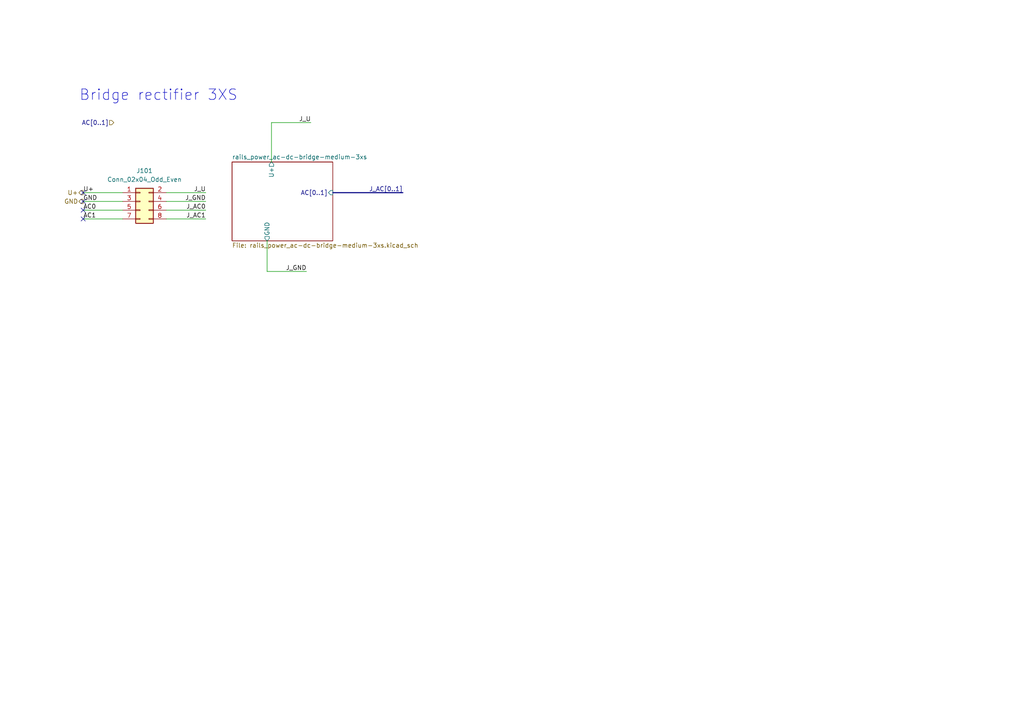
<source format=kicad_sch>
(kicad_sch
	(version 20231120)
	(generator "eeschema")
	(generator_version "8.0")
	(uuid "0ed6639a-cde6-4452-b9e1-77c370bade86")
	(paper "A4")
	(title_block
		(title "xDuinoRail - LocDecoder - Development Kit")
		(date "2024-10-09")
		(rev "v0.2")
		(company "Chatelain Engineering, Bern - CH")
	)
	(lib_symbols
		(symbol "Connector_Generic:Conn_02x04_Odd_Even"
			(pin_names
				(offset 1.016) hide)
			(exclude_from_sim no)
			(in_bom yes)
			(on_board yes)
			(property "Reference" "J"
				(at 1.27 5.08 0)
				(effects
					(font
						(size 1.27 1.27)
					)
				)
			)
			(property "Value" "Conn_02x04_Odd_Even"
				(at 1.27 -7.62 0)
				(effects
					(font
						(size 1.27 1.27)
					)
				)
			)
			(property "Footprint" ""
				(at 0 0 0)
				(effects
					(font
						(size 1.27 1.27)
					)
					(hide yes)
				)
			)
			(property "Datasheet" "~"
				(at 0 0 0)
				(effects
					(font
						(size 1.27 1.27)
					)
					(hide yes)
				)
			)
			(property "Description" "Generic connector, double row, 02x04, odd/even pin numbering scheme (row 1 odd numbers, row 2 even numbers), script generated (kicad-library-utils/schlib/autogen/connector/)"
				(at 0 0 0)
				(effects
					(font
						(size 1.27 1.27)
					)
					(hide yes)
				)
			)
			(property "ki_keywords" "connector"
				(at 0 0 0)
				(effects
					(font
						(size 1.27 1.27)
					)
					(hide yes)
				)
			)
			(property "ki_fp_filters" "Connector*:*_2x??_*"
				(at 0 0 0)
				(effects
					(font
						(size 1.27 1.27)
					)
					(hide yes)
				)
			)
			(symbol "Conn_02x04_Odd_Even_1_1"
				(rectangle
					(start -1.27 -4.953)
					(end 0 -5.207)
					(stroke
						(width 0.1524)
						(type default)
					)
					(fill
						(type none)
					)
				)
				(rectangle
					(start -1.27 -2.413)
					(end 0 -2.667)
					(stroke
						(width 0.1524)
						(type default)
					)
					(fill
						(type none)
					)
				)
				(rectangle
					(start -1.27 0.127)
					(end 0 -0.127)
					(stroke
						(width 0.1524)
						(type default)
					)
					(fill
						(type none)
					)
				)
				(rectangle
					(start -1.27 2.667)
					(end 0 2.413)
					(stroke
						(width 0.1524)
						(type default)
					)
					(fill
						(type none)
					)
				)
				(rectangle
					(start -1.27 3.81)
					(end 3.81 -6.35)
					(stroke
						(width 0.254)
						(type default)
					)
					(fill
						(type background)
					)
				)
				(rectangle
					(start 3.81 -4.953)
					(end 2.54 -5.207)
					(stroke
						(width 0.1524)
						(type default)
					)
					(fill
						(type none)
					)
				)
				(rectangle
					(start 3.81 -2.413)
					(end 2.54 -2.667)
					(stroke
						(width 0.1524)
						(type default)
					)
					(fill
						(type none)
					)
				)
				(rectangle
					(start 3.81 0.127)
					(end 2.54 -0.127)
					(stroke
						(width 0.1524)
						(type default)
					)
					(fill
						(type none)
					)
				)
				(rectangle
					(start 3.81 2.667)
					(end 2.54 2.413)
					(stroke
						(width 0.1524)
						(type default)
					)
					(fill
						(type none)
					)
				)
				(pin passive line
					(at -5.08 2.54 0)
					(length 3.81)
					(name "Pin_1"
						(effects
							(font
								(size 1.27 1.27)
							)
						)
					)
					(number "1"
						(effects
							(font
								(size 1.27 1.27)
							)
						)
					)
				)
				(pin passive line
					(at 7.62 2.54 180)
					(length 3.81)
					(name "Pin_2"
						(effects
							(font
								(size 1.27 1.27)
							)
						)
					)
					(number "2"
						(effects
							(font
								(size 1.27 1.27)
							)
						)
					)
				)
				(pin passive line
					(at -5.08 0 0)
					(length 3.81)
					(name "Pin_3"
						(effects
							(font
								(size 1.27 1.27)
							)
						)
					)
					(number "3"
						(effects
							(font
								(size 1.27 1.27)
							)
						)
					)
				)
				(pin passive line
					(at 7.62 0 180)
					(length 3.81)
					(name "Pin_4"
						(effects
							(font
								(size 1.27 1.27)
							)
						)
					)
					(number "4"
						(effects
							(font
								(size 1.27 1.27)
							)
						)
					)
				)
				(pin passive line
					(at -5.08 -2.54 0)
					(length 3.81)
					(name "Pin_5"
						(effects
							(font
								(size 1.27 1.27)
							)
						)
					)
					(number "5"
						(effects
							(font
								(size 1.27 1.27)
							)
						)
					)
				)
				(pin passive line
					(at 7.62 -2.54 180)
					(length 3.81)
					(name "Pin_6"
						(effects
							(font
								(size 1.27 1.27)
							)
						)
					)
					(number "6"
						(effects
							(font
								(size 1.27 1.27)
							)
						)
					)
				)
				(pin passive line
					(at -5.08 -5.08 0)
					(length 3.81)
					(name "Pin_7"
						(effects
							(font
								(size 1.27 1.27)
							)
						)
					)
					(number "7"
						(effects
							(font
								(size 1.27 1.27)
							)
						)
					)
				)
				(pin passive line
					(at 7.62 -5.08 180)
					(length 3.81)
					(name "Pin_8"
						(effects
							(font
								(size 1.27 1.27)
							)
						)
					)
					(number "8"
						(effects
							(font
								(size 1.27 1.27)
							)
						)
					)
				)
			)
		)
	)
	(no_connect
		(at 24.13 60.96)
		(uuid "29018e2e-5d49-43f2-86fd-0d9e22c6027c")
	)
	(no_connect
		(at 24.13 63.5)
		(uuid "6bfef4ae-9dc5-4ef1-b475-558e64f5acd7")
	)
	(no_connect
		(at 24.13 58.42)
		(uuid "987d709f-a198-47c4-81e5-a0517600bdfa")
	)
	(no_connect
		(at 24.13 55.88)
		(uuid "aba7dd39-195c-4cc3-ad53-2921d172ba8c")
	)
	(bus
		(pts
			(xy 96.52 55.88) (xy 116.84 55.88)
		)
		(stroke
			(width 0)
			(type default)
		)
		(uuid "1d8b1c87-2899-449a-bd6d-16909ff223ae")
	)
	(wire
		(pts
			(xy 78.74 35.56) (xy 78.74 46.99)
		)
		(stroke
			(width 0)
			(type default)
		)
		(uuid "1f54f3ee-2c15-425b-9e83-ab8bfcbf20d5")
	)
	(wire
		(pts
			(xy 24.13 60.96) (xy 35.56 60.96)
		)
		(stroke
			(width 0)
			(type default)
		)
		(uuid "1fffa4d3-8206-4112-beac-1f80dd358d3b")
	)
	(wire
		(pts
			(xy 48.26 55.88) (xy 59.69 55.88)
		)
		(stroke
			(width 0)
			(type default)
		)
		(uuid "2fdf2fb2-4ef5-482f-a5de-4ff91181d2c3")
	)
	(wire
		(pts
			(xy 77.47 78.74) (xy 88.9 78.74)
		)
		(stroke
			(width 0)
			(type default)
		)
		(uuid "354bdd63-8e86-40eb-8d42-71b3d2202a05")
	)
	(wire
		(pts
			(xy 78.74 35.56) (xy 90.17 35.56)
		)
		(stroke
			(width 0)
			(type default)
		)
		(uuid "54bafda9-9112-4b1f-a4a8-227280b6375d")
	)
	(wire
		(pts
			(xy 48.26 58.42) (xy 59.69 58.42)
		)
		(stroke
			(width 0)
			(type default)
		)
		(uuid "717dd550-8456-46ff-a4fd-5219b7efdcf5")
	)
	(wire
		(pts
			(xy 24.13 63.5) (xy 35.56 63.5)
		)
		(stroke
			(width 0)
			(type default)
		)
		(uuid "7b81d214-6017-4926-9592-61e950beae47")
	)
	(wire
		(pts
			(xy 48.26 60.96) (xy 59.69 60.96)
		)
		(stroke
			(width 0)
			(type default)
		)
		(uuid "a32ac54b-80d8-4193-8f34-697cb1dce4f6")
	)
	(wire
		(pts
			(xy 24.13 55.88) (xy 35.56 55.88)
		)
		(stroke
			(width 0)
			(type default)
		)
		(uuid "c5ed6dd2-d1b6-42eb-bfda-81cf74b0d8a5")
	)
	(wire
		(pts
			(xy 24.13 58.42) (xy 35.56 58.42)
		)
		(stroke
			(width 0)
			(type default)
		)
		(uuid "d1b9ba46-fe98-48a5-8474-6ceafda24ed7")
	)
	(wire
		(pts
			(xy 77.47 69.85) (xy 77.47 78.74)
		)
		(stroke
			(width 0)
			(type default)
		)
		(uuid "fc70c156-ecf3-4626-bd59-0d121b9813db")
	)
	(wire
		(pts
			(xy 48.26 63.5) (xy 59.69 63.5)
		)
		(stroke
			(width 0)
			(type default)
		)
		(uuid "ff530a31-ec1b-48bd-a908-5770e680e33e")
	)
	(text "Bridge rectifier 3XS"
		(exclude_from_sim no)
		(at 45.974 27.686 0)
		(effects
			(font
				(size 3.048 3.048)
			)
		)
		(uuid "6d1ebaf5-01c3-43ec-9c17-527d93ec89f1")
	)
	(label "J_AC[0..1]"
		(at 116.84 55.88 180)
		(effects
			(font
				(size 1.27 1.27)
			)
			(justify right bottom)
		)
		(uuid "2735c3d9-d697-406e-88c9-e4d1de312638")
	)
	(label "J_U"
		(at 90.17 35.56 180)
		(effects
			(font
				(size 1.27 1.27)
			)
			(justify right bottom)
		)
		(uuid "27558db8-3545-4ff2-9392-14afb8f2255e")
	)
	(label "J_AC1"
		(at 59.69 63.5 180)
		(effects
			(font
				(size 1.27 1.27)
			)
			(justify right bottom)
		)
		(uuid "415da8c4-8dba-49f0-8ab0-d7665d0d18c9")
	)
	(label "U+"
		(at 24.13 55.88 0)
		(effects
			(font
				(size 1.27 1.27)
			)
			(justify left bottom)
		)
		(uuid "5a287aad-a3b5-4845-bc73-0012cd134fff")
	)
	(label "AC1"
		(at 24.13 63.5 0)
		(effects
			(font
				(size 1.27 1.27)
			)
			(justify left bottom)
		)
		(uuid "62df8bd7-acd8-40ab-a020-a3e61cac39b6")
	)
	(label "AC0"
		(at 24.13 60.96 0)
		(effects
			(font
				(size 1.27 1.27)
			)
			(justify left bottom)
		)
		(uuid "8c5e949b-51d3-4b28-81b9-1240a6f9f107")
	)
	(label "J_GND"
		(at 59.69 58.42 180)
		(effects
			(font
				(size 1.27 1.27)
			)
			(justify right bottom)
		)
		(uuid "c154ccd2-7d0f-4c40-a64e-bf99e36e3a73")
	)
	(label "GND"
		(at 24.13 58.42 0)
		(effects
			(font
				(size 1.27 1.27)
			)
			(justify left bottom)
		)
		(uuid "ccc2a398-56d6-4f5b-b153-edb2386e0503")
	)
	(label "J_AC0"
		(at 59.69 60.96 180)
		(effects
			(font
				(size 1.27 1.27)
			)
			(justify right bottom)
		)
		(uuid "e2684393-5022-4ec7-ba26-9708ce9d7001")
	)
	(label "J_GND"
		(at 88.9 78.74 180)
		(effects
			(font
				(size 1.27 1.27)
			)
			(justify right bottom)
		)
		(uuid "ebea372e-734d-41e4-84a0-8d3e8c25bee6")
	)
	(label "J_U"
		(at 59.69 55.88 180)
		(effects
			(font
				(size 1.27 1.27)
			)
			(justify right bottom)
		)
		(uuid "fc1a7372-27d1-42eb-b533-13851708baac")
	)
	(hierarchical_label "GND"
		(shape output)
		(at 24.13 58.42 180)
		(effects
			(font
				(size 1.27 1.27)
			)
			(justify right)
		)
		(uuid "58901020-2f30-4f65-8aa7-73b111d782f1")
	)
	(hierarchical_label "U+"
		(shape output)
		(at 24.13 55.88 180)
		(effects
			(font
				(size 1.27 1.27)
			)
			(justify right)
		)
		(uuid "a0663101-a7c5-4f6b-a069-d7efa603a588")
	)
	(hierarchical_label "AC[0..1]"
		(shape input)
		(at 33.02 35.56 180)
		(effects
			(font
				(size 1.27 1.27)
			)
			(justify right)
		)
		(uuid "c0c95e55-0bb0-449f-8834-9ae8c82a22fa")
	)
	(symbol
		(lib_id "Connector_Generic:Conn_02x04_Odd_Even")
		(at 40.64 58.42 0)
		(unit 1)
		(exclude_from_sim no)
		(in_bom yes)
		(on_board yes)
		(dnp no)
		(fields_autoplaced yes)
		(uuid "594342cc-d789-4e9b-bd9f-974d217bc098")
		(property "Reference" "J101"
			(at 41.91 49.53 0)
			(effects
				(font
					(size 1.27 1.27)
				)
			)
		)
		(property "Value" "Conn_02x04_Odd_Even"
			(at 41.91 52.07 0)
			(effects
				(font
					(size 1.27 1.27)
				)
			)
		)
		(property "Footprint" "xDuinoRail:PinHeaderJP_2x04_P2.54mm_Vertical"
			(at 40.64 58.42 0)
			(effects
				(font
					(size 1.27 1.27)
				)
				(hide yes)
			)
		)
		(property "Datasheet" "~"
			(at 40.64 58.42 0)
			(effects
				(font
					(size 1.27 1.27)
				)
				(hide yes)
			)
		)
		(property "Description" "Generic connector, double row, 02x04, odd/even pin numbering scheme (row 1 odd numbers, row 2 even numbers), script generated (kicad-library-utils/schlib/autogen/connector/)"
			(at 40.64 58.42 0)
			(effects
				(font
					(size 1.27 1.27)
				)
				(hide yes)
			)
		)
		(pin "6"
			(uuid "3db96364-b376-4cc5-bb97-5c1969f6ae96")
		)
		(pin "5"
			(uuid "c475290a-1b46-4964-a304-f12d715ef809")
		)
		(pin "8"
			(uuid "4baee9ac-2ca6-4a80-a457-34d0b3750052")
		)
		(pin "3"
			(uuid "d2fb203e-d892-4abf-a3f0-50e63f1ffeac")
		)
		(pin "1"
			(uuid "63702933-ee41-47bc-8f8b-092f8b2f400d")
		)
		(pin "2"
			(uuid "2f6eb7ae-d8e0-4273-8530-7158ba093c79")
		)
		(pin "7"
			(uuid "6033f514-fde1-4fa8-9d70-625f0bde4a7f")
		)
		(pin "4"
			(uuid "06f2e169-5752-463b-a4c7-2ca1ad773447")
		)
		(instances
			(project "rails_power_ac-dc-bridge-medium-3xs-test"
				(path "/0ed6639a-cde6-4452-b9e1-77c370bade86"
					(reference "J101")
					(unit 1)
				)
			)
			(project ""
				(path "/fb33ec4e-6596-45d2-a121-8d3475acd69a/d74490ca-3ff6-4c05-8b03-79b06dd40e4c"
					(reference "J501")
					(unit 1)
				)
			)
		)
	)
	(sheet
		(at 67.31 46.99)
		(size 29.21 22.86)
		(fields_autoplaced yes)
		(stroke
			(width 0.1524)
			(type solid)
		)
		(fill
			(color 0 0 0 0.0000)
		)
		(uuid "04c1fa75-0851-4642-9d24-0bac3655f763")
		(property "Sheetname" "rails_power_ac-dc-bridge-medium-3xs"
			(at 67.31 46.2784 0)
			(effects
				(font
					(size 1.27 1.27)
				)
				(justify left bottom)
			)
		)
		(property "Sheetfile" "rails_power_ac-dc-bridge-medium-3xs.kicad_sch"
			(at 67.31 70.4346 0)
			(effects
				(font
					(size 1.27 1.27)
				)
				(justify left top)
			)
		)
		(pin "U+" output
			(at 78.74 46.99 90)
			(effects
				(font
					(size 1.27 1.27)
				)
				(justify right)
			)
			(uuid "7ba0cbb1-85cb-4f3e-b4a0-8d64e6ef91f1")
		)
		(pin "AC[0..1]" input
			(at 96.52 55.88 0)
			(effects
				(font
					(size 1.27 1.27)
				)
				(justify right)
			)
			(uuid "72f4aed9-11b1-41f0-aa26-a9ac5706e9b8")
		)
		(pin "GND" output
			(at 77.47 69.85 270)
			(effects
				(font
					(size 1.27 1.27)
				)
				(justify left)
			)
			(uuid "a8604124-9a31-4aa8-8722-c9f35544b218")
		)
		(instances
			(project "xDuinoRail-Accessory-Dev"
				(path "/fb33ec4e-6596-45d2-a121-8d3475acd69a/d74490ca-3ff6-4c05-8b03-79b06dd40e4c"
					(page "16")
				)
			)
		)
	)
	(sheet_instances
		(path "/"
			(page "1")
		)
	)
)

</source>
